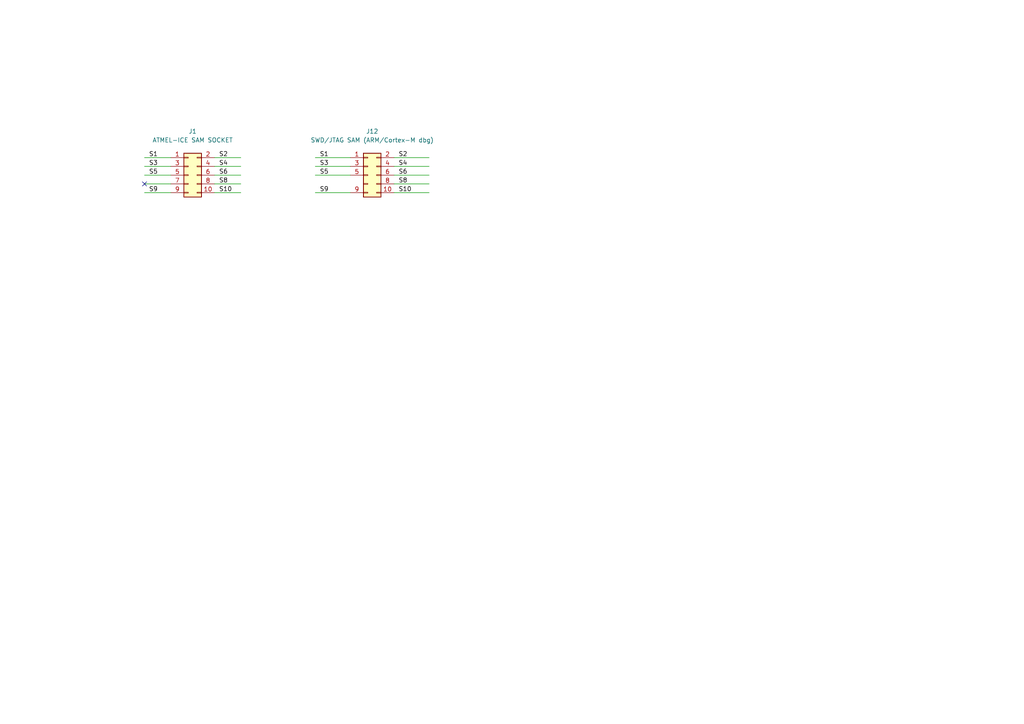
<source format=kicad_sch>
(kicad_sch (version 20211123) (generator eeschema)
  (paper "A4")
  (title_block (title "JTAG-MINI-ADAPTER") (rev "${rev}") (comment 1 "${license}") (comment 3 "Notably suitable for Arduino DUE") (comment 4 "JTAG 50mil to 100mil adapter"))
  (lib_symbols
    (symbol "AA-OSA-Modules:Conn_JTAG_02x05" (pin_names (offset 1.016) hide)
      (property "Reference" "J" (at 1.27 7.62 0))
      (property "Value" "Conn_JTAG_02x05" (at 1.27 -7.62 0))
      (symbol "Conn_JTAG_02x05_1_1"
        (rectangle (start -1.27 -4.953) (end 0 -5.207) (stroke (width 0.1524)))
        (rectangle (start -1.27 -2.413) (end 0 -2.667) (stroke (width 0.1524)))
        (rectangle (start -1.27 0.127) (end 0 -0.127) (stroke (width 0.1524)))
        (rectangle (start -1.27 2.667) (end 0 2.413) (stroke (width 0.1524)))
        (rectangle (start -1.27 5.207) (end 0 4.953) (stroke (width 0.1524)))
        (rectangle (start -1.27 6.35) (end 3.81 -6.35) (stroke (width 0.254)) (fill (type background)))
        (rectangle (start 3.81 -4.953) (end 2.54 -5.207) (stroke (width 0.1524)))
        (rectangle (start 3.81 -2.413) (end 2.54 -2.667) (stroke (width 0.1524)))
        (rectangle (start 3.81 0.127) (end 2.54 -0.127) (stroke (width 0.1524)))
        (rectangle (start 3.81 2.667) (end 2.54 2.413) (stroke (width 0.1524)))
        (rectangle (start 3.81 5.207) (end 2.54 4.953) (stroke (width 0.1524)))
        (pin passive line (at -5.08 5.08 0) (length 3.81) (name "Pin_1") (number "1"))
        (pin passive line (at 7.62 -5.08 180) (length 3.81) (name "Pin_10") (number "10"))
        (pin passive line (at 7.62 5.08 180) (length 3.81) (name "Pin_2") (number "2"))
        (pin passive line (at -5.08 2.54 0) (length 3.81) (name "Pin_3") (number "3"))
        (pin passive line (at 7.62 2.54 180) (length 3.81) (name "Pin_4") (number "4"))
        (pin passive line (at -5.08 0 0) (length 3.81) (name "Pin_5") (number "5"))
        (pin passive line (at 7.62 0 180) (length 3.81) (name "Pin_6") (number "6"))
        (pin passive line (at 7.62 -2.54 180) (length 3.81) (name "Pin_8") (number "8"))
        (pin passive line (at -5.08 -5.08 0) (length 3.81) (name "Pin_9") (number "9"))
      )
    )
    (symbol "Connector_Generic:Conn_02x05_Odd_Even" (pin_names (offset 1.016) hide)
      (property "Reference" "J" (at 1.27 7.62 0))
      (property "Value" "Conn_02x05_Odd_Even" (at 1.27 -7.62 0))
      (symbol "Conn_02x05_Odd_Even_1_1"
        (rectangle (start -1.27 -4.953) (end 0 -5.207) (stroke (width 0.1524)))
        (rectangle (start -1.27 -2.413) (end 0 -2.667) (stroke (width 0.1524)))
        (rectangle (start -1.27 0.127) (end 0 -0.127) (stroke (width 0.1524)))
        (rectangle (start -1.27 2.667) (end 0 2.413) (stroke (width 0.1524)))
        (rectangle (start -1.27 5.207) (end 0 4.953) (stroke (width 0.1524)))
        (rectangle (start -1.27 6.35) (end 3.81 -6.35) (stroke (width 0.254)) (fill (type background)))
        (rectangle (start 3.81 -4.953) (end 2.54 -5.207) (stroke (width 0.1524)))
        (rectangle (start 3.81 -2.413) (end 2.54 -2.667) (stroke (width 0.1524)))
        (rectangle (start 3.81 0.127) (end 2.54 -0.127) (stroke (width 0.1524)))
        (rectangle (start 3.81 2.667) (end 2.54 2.413) (stroke (width 0.1524)))
        (rectangle (start 3.81 5.207) (end 2.54 4.953) (stroke (width 0.1524)))
        (pin passive line (at -5.08 5.08 0) (length 3.81) (name "Pin_1") (number "1"))
        (pin passive line (at 7.62 -5.08 180) (length 3.81) (name "Pin_10") (number "10"))
        (pin passive line (at 7.62 5.08 180) (length 3.81) (name "Pin_2") (number "2"))
        (pin passive line (at -5.08 2.54 0) (length 3.81) (name "Pin_3") (number "3"))
        (pin passive line (at 7.62 2.54 180) (length 3.81) (name "Pin_4") (number "4"))
        (pin passive line (at -5.08 0 0) (length 3.81) (name "Pin_5") (number "5"))
        (pin passive line (at 7.62 0 180) (length 3.81) (name "Pin_6") (number "6"))
        (pin passive line (at -5.08 -2.54 0) (length 3.81) (name "Pin_7") (number "7"))
        (pin passive line (at 7.62 -2.54 180) (length 3.81) (name "Pin_8") (number "8"))
        (pin passive line (at -5.08 -5.08 0) (length 3.81) (name "Pin_9") (number "9"))
      )
    )
  )
  (no_connect (at 41.91 53.34))
  (wire (pts (xy 41.91 48.26) (xy 49.53 48.26)))
  (wire (pts (xy 91.44 55.88) (xy 101.6 55.88)))
  (wire (pts (xy 114.3 55.88) (xy 124.46 55.88)))
  (wire (pts (xy 91.44 45.72) (xy 101.6 45.72)))
  (wire (pts (xy 91.44 48.26) (xy 101.6 48.26)))
  (wire (pts (xy 41.91 50.8) (xy 49.53 50.8)))
  (wire (pts (xy 91.44 50.8) (xy 101.6 50.8)))
  (wire (pts (xy 62.23 55.88) (xy 69.85 55.88)))
  (wire (pts (xy 114.3 45.72) (xy 124.46 45.72)))
  (wire (pts (xy 62.23 53.34) (xy 69.85 53.34)))
  (wire (pts (xy 62.23 50.8) (xy 69.85 50.8)))
  (wire (pts (xy 41.91 45.72) (xy 49.53 45.72)))
  (wire (pts (xy 62.23 48.26) (xy 69.85 48.26)))
  (wire (pts (xy 41.91 53.34) (xy 49.53 53.34)))
  (wire (pts (xy 114.3 48.26) (xy 124.46 48.26)))
  (wire (pts (xy 114.3 53.34) (xy 124.46 53.34)))
  (wire (pts (xy 114.3 50.8) (xy 124.46 50.8)))
  (wire (pts (xy 62.23 45.72) (xy 69.85 45.72)))
  (wire (pts (xy 41.91 55.88) (xy 49.53 55.88)))
  (label "S8" (at 63.5 53.34 0))
  (label "S5" (at 92.71 50.8 0))
  (label "S10" (at 63.5 55.88 0))
  (label "S2" (at 63.5 45.72 0))
  (label "S9" (at 43.18 55.88 0))
  (label "S1" (at 43.18 45.72 0))
  (label "S5" (at 43.18 50.8 0))
  (label "S8" (at 115.57 53.34 0))
  (label "S4" (at 63.5 48.26 0))
  (label "S6" (at 115.57 50.8 0))
  (label "S2" (at 115.57 45.72 0))
  (label "S9" (at 92.71 55.88 0))
  (label "S1" (at 92.71 45.72 0))
  (label "S3" (at 92.71 48.26 0))
  (label "S3" (at 43.18 48.26 0))
  (label "S10" (at 115.57 55.88 0))
  (label "S4" (at 115.57 48.26 0))
  (label "S6" (at 63.5 50.8 0))
  (symbol (lib_id "Connector_Generic:Conn_02x05_Odd_Even") (at 54.61 50.8 0) (unit 1)
    (property "Reference" "J1" (at 55.88 38.1 0))
    (property "Value" "ATMEL-ICE SAM SOCKET" (at 55.88 40.64 0))
    (property "Footprint" "Connector_PinSocket_1.27mm:PinSocket_2x05_P1.27mm_Vertical" (effects hide))
  )
  (symbol (lib_id "AA-OSA-Modules:Conn_JTAG_02x05") (at 106.68 50.8 0) (unit 1)
    (property "Reference" "J12" (at 107.95 38.1 0))
    (property "Value" "SWD/JTAG SAM (ARM/Cortex-M dbg)" (at 107.95 40.64 0))
    (property "Footprint" "AA-OSA-connectors:IDC-Header_2x05_P2.54mm_Vertical_Key7" (effects hide))
  )
)
</source>
